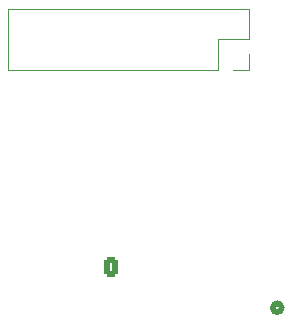
<source format=gbr>
%TF.GenerationSoftware,KiCad,Pcbnew,8.0.1*%
%TF.CreationDate,2024-03-24T16:32:44+02:00*%
%TF.ProjectId,88_Project,38385f50-726f-46a6-9563-742e6b696361,5*%
%TF.SameCoordinates,Original*%
%TF.FileFunction,Legend,Bot*%
%TF.FilePolarity,Positive*%
%FSLAX46Y46*%
G04 Gerber Fmt 4.6, Leading zero omitted, Abs format (unit mm)*
G04 Created by KiCad (PCBNEW 8.0.1) date 2024-03-24 16:32:44*
%MOMM*%
%LPD*%
G01*
G04 APERTURE LIST*
G04 Aperture macros list*
%AMRoundRect*
0 Rectangle with rounded corners*
0 $1 Rounding radius*
0 $2 $3 $4 $5 $6 $7 $8 $9 X,Y pos of 4 corners*
0 Add a 4 corners polygon primitive as box body*
4,1,4,$2,$3,$4,$5,$6,$7,$8,$9,$2,$3,0*
0 Add four circle primitives for the rounded corners*
1,1,$1+$1,$2,$3*
1,1,$1+$1,$4,$5*
1,1,$1+$1,$6,$7*
1,1,$1+$1,$8,$9*
0 Add four rect primitives between the rounded corners*
20,1,$1+$1,$2,$3,$4,$5,0*
20,1,$1+$1,$4,$5,$6,$7,0*
20,1,$1+$1,$6,$7,$8,$9,0*
20,1,$1+$1,$8,$9,$2,$3,0*%
G04 Aperture macros list end*
%ADD10C,0.508000*%
%ADD11C,0.120000*%
%ADD12C,2.057400*%
%ADD13C,2.800000*%
%ADD14RoundRect,0.250000X-0.350000X-0.625000X0.350000X-0.625000X0.350000X0.625000X-0.350000X0.625000X0*%
%ADD15O,1.200000X1.750000*%
%ADD16R,1.700000X1.700000*%
%ADD17O,1.700000X1.700000*%
G04 APERTURE END LIST*
D10*
%TO.C,SW1*%
X77973600Y-127000000D02*
G75*
G02*
X77211600Y-127000000I-381000J0D01*
G01*
X77211600Y-127000000D02*
G75*
G02*
X77973600Y-127000000I381000J0D01*
G01*
D11*
%TO.C,J1*%
X54765000Y-101670000D02*
X54765000Y-106870000D01*
X54765000Y-101670000D02*
X75205000Y-101670000D01*
X54765000Y-106870000D02*
X72605000Y-106870000D01*
X72605000Y-104270000D02*
X72605000Y-106870000D01*
X75205000Y-101670000D02*
X75205000Y-104270000D01*
X75205000Y-104270000D02*
X72605000Y-104270000D01*
X75205000Y-105540000D02*
X75205000Y-106870000D01*
X75205000Y-106870000D02*
X73875000Y-106870000D01*
%TD*%
%LPC*%
D12*
%TO.C,SW1*%
X81301000Y-127000000D03*
X86000000Y-127000000D03*
X90699000Y-127000000D03*
%TD*%
D13*
%TO.C,TP7*%
X73500000Y-118000000D03*
%TD*%
%TO.C,TP6*%
X66000000Y-113000000D03*
%TD*%
%TO.C,TP8*%
X73500000Y-123000000D03*
%TD*%
%TO.C,TP4*%
X58500000Y-118000000D03*
%TD*%
%TO.C,TP1*%
X66000000Y-118000000D03*
%TD*%
%TO.C,TP3*%
X58500000Y-113000000D03*
%TD*%
%TO.C,TP5*%
X73500000Y-113000000D03*
%TD*%
%TO.C,TP11*%
X88500000Y-118000000D03*
%TD*%
%TO.C,TP10*%
X81500000Y-113000000D03*
%TD*%
%TO.C,TP12*%
X74000000Y-128500000D03*
%TD*%
%TO.C,TP9*%
X88500000Y-113000000D03*
%TD*%
D14*
%TO.C,J2*%
X63500000Y-123550000D03*
D15*
X65500000Y-123550000D03*
%TD*%
D16*
%TO.C,J1*%
X73875000Y-105540000D03*
D17*
X73875000Y-103000000D03*
X71335000Y-105540000D03*
X71335000Y-103000000D03*
X68795000Y-105540000D03*
X68795000Y-103000000D03*
X66255000Y-105540000D03*
X66255000Y-103000000D03*
X63715000Y-105540000D03*
X63715000Y-103000000D03*
X61175000Y-105540000D03*
X61175000Y-103000000D03*
X58635000Y-105540000D03*
X58635000Y-103000000D03*
X56095000Y-105540000D03*
X56095000Y-103000000D03*
%TD*%
%LPD*%
M02*

</source>
